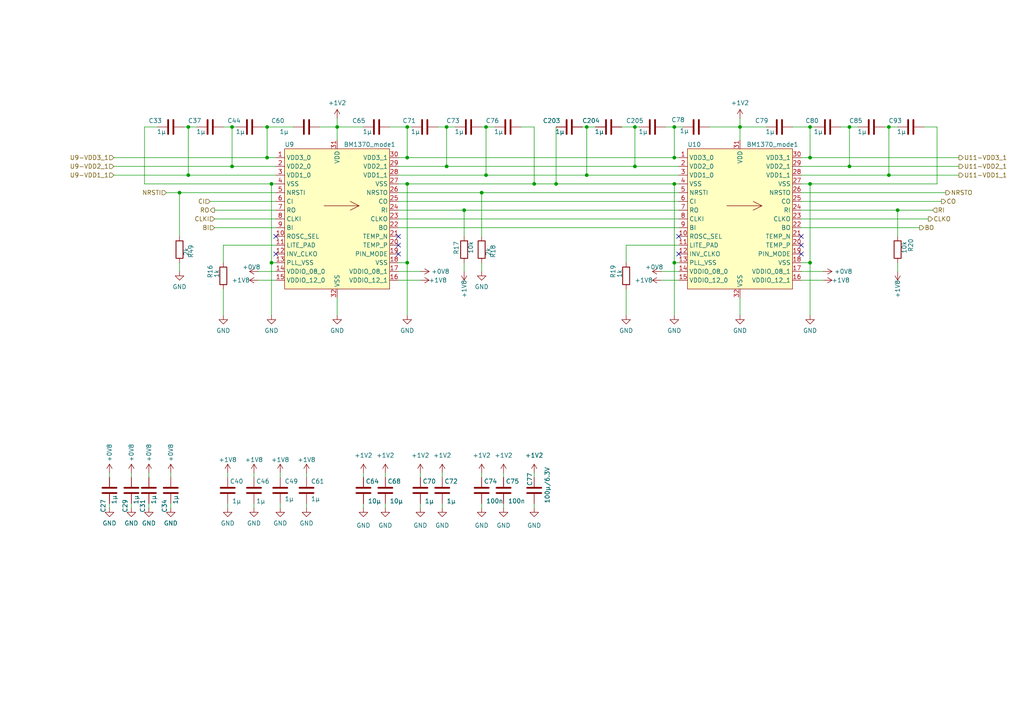
<source format=kicad_sch>
(kicad_sch (version 20231120) (generator "eeschema") (generator_version "8.0")
  (paper "A4")
  (lib_symbols
    (symbol "Device:C" (pin_numbers hide) (pin_names (offset 0.254))
      (property "Reference" "C" (at 0.635 2.54 0))
      (property "Value" "C" (at 0.635 -2.54 0))
      (symbol "C_0_1"
        (polyline (pts (xy -2.032 -0.762) (xy 2.032 -0.762)) (stroke (width 0.508)))
        (polyline (pts (xy -2.032 0.762) (xy 2.032 0.762)) (stroke (width 0.508)))
      )
      (symbol "C_1_1"
        (pin passive line (at 0 3.81 270) (length 2.794) (name "~") (number "1"))
        (pin passive line (at 0 -3.81 90) (length 2.794) (name "~") (number "2"))
      )
    )
    (symbol "Device:R" (pin_numbers hide) (pin_names (offset 0))
      (property "Reference" "R" (at 2.032 0 90))
      (property "Value" "R" (at 0 0 90))
      (symbol "R_0_1"
        (rectangle (start -1.016 -2.54) (end 1.016 2.54) (stroke (width 0.254)))
      )
      (symbol "R_1_1"
        (pin passive line (at 0 3.81 270) (length 1.27) (name "~") (number "1"))
        (pin passive line (at 0 -3.81 90) (length 1.27) (name "~") (number "2"))
      )
    )
    (symbol "GND_7" (power) (pin_names (offset 0))
      (property "Value" "GND_7" (at 0 -3.81 0))
      (symbol "GND_7_0_1"
        (polyline (pts (xy 0 0) (xy 0 -1.27) (xy 1.27 -1.27) (xy 0 -2.54) (xy -1.27 -1.27) (xy 0 -1.27)))
      )
      (symbol "GND_7_1_1"
        (pin power_in line (at 0 0 270) (length 0) hide (name "GND") (number "1"))
      )
    )
    (symbol "bitaxe:BM1370_mode1"
      (property "Reference" "U4" (at -15.24 21.59 0))
      (property "Value" "BM1370_mode1" (at 1.905 21.59 0))
      (symbol "BM1370_mode1_0_1"
        (rectangle (start -15.24 20.32) (end 15.24 -20.32) (fill (type background)))
        (polyline (pts (xy -3.81 3.81) (xy 6.35 3.81)))
        (polyline (pts (xy 3.81 2.54) (xy 6.35 3.81)))
        (polyline (pts (xy 3.81 5.08) (xy 6.35 3.81)))
      )
      (symbol "BM1370_mode1_1_1"
        (pin power_in line (at -17.78 17.78 0) (length 2.54) (name "VDD3_0") (number "1"))
        (pin unspecified line (at -17.78 -5.08 0) (length 2.54) (name "ROSC_SEL") (number "10"))
        (pin unspecified line (at -17.78 -7.62 0) (length 2.54) (name "LITE_PAD") (number "11"))
        (pin unspecified line (at -17.78 -10.16 0) (length 2.54) (name "INV_CLKO") (number "12"))
        (pin power_in line (at -17.78 -12.7 0) (length 2.54) (name "PLL_VSS") (number "13"))
        (pin power_in line (at -17.78 -15.24 0) (length 2.54) (name "VDDIO_08_0") (number "14"))
        (pin power_in line (at -17.78 -17.78 0) (length 2.54) (name "VDDIO_12_0") (number "15"))
        (pin power_in line (at 17.78 -17.78 180) (length 2.54) (name "VDDIO_12_1") (number "16"))
        (pin power_in line (at 17.78 -15.24 180) (length 2.54) (name "VDDIO_08_1") (number "17"))
        (pin power_in line (at 17.78 -12.7 180) (length 2.54) (name "VSS") (number "18"))
        (pin input line (at 17.78 -10.16 180) (length 2.54) (name "PIN_MODE") (number "19"))
        (pin power_in line (at -17.78 15.24 0) (length 2.54) (name "VDD2_0") (number "2"))
        (pin unspecified line (at 17.78 -7.62 180) (length 2.54) (name "TEMP_P") (number "20"))
        (pin unspecified line (at 17.78 -5.08 180) (length 2.54) (name "TEMP_N") (number "21"))
        (pin output line (at 17.78 -2.54 180) (length 2.54) (name "BO") (number "22"))
        (pin output line (at 17.78 0 180) (length 2.54) (name "CLKO") (number "23"))
        (pin input line (at 17.78 2.54 180) (length 2.54) (name "RI") (number "24"))
        (pin output line (at 17.78 5.08 180) (length 2.54) (name "CO") (number "25"))
        (pin output line (at 17.78 7.62 180) (length 2.54) (name "NRSTO") (number "26"))
        (pin power_in line (at 17.78 10.16 180) (length 2.54) (name "VSS") (number "27"))
        (pin power_in line (at 17.78 12.7 180) (length 2.54) (name "VDD1_1") (number "28"))
        (pin power_in line (at 17.78 15.24 180) (length 2.54) (name "VDD2_1") (number "29"))
        (pin power_in line (at -17.78 12.7 0) (length 2.54) (name "VDD1_0") (number "3"))
        (pin power_in line (at 17.78 17.78 180) (length 2.54) (name "VDD3_1") (number "30"))
        (pin power_in line (at 0 22.86 270) (length 2.54) (name "VDD") (number "31"))
        (pin power_in line (at 0 -22.86 90) (length 2.54) (name "VSS") (number "32"))
        (pin power_in line (at -17.78 10.16 0) (length 2.54) (name "VSS") (number "4"))
        (pin input line (at -17.78 7.62 0) (length 2.54) (name "NRSTI") (number "5"))
        (pin input line (at -17.78 5.08 0) (length 2.54) (name "CI") (number "6"))
        (pin output line (at -17.78 2.54 0) (length 2.54) (name "RO") (number "7"))
        (pin input line (at -17.78 0 0) (length 2.54) (name "CLKI") (number "8"))
        (pin input line (at -17.78 -2.54 0) (length 2.54) (name "BI") (number "9"))
      )
    )
    (symbol "mylib7:+0V8" (power) (exclude_from_sim yes) (in_bom no) (on_board no)
      (property "Value" "+0V8" (at 0 3.175 90))
      (symbol "+0V8_0_1"
        (polyline (pts (xy -0.762 1.27) (xy 0 2.54)))
        (polyline (pts (xy 0 0) (xy 0 2.54)))
        (polyline (pts (xy 0 2.54) (xy 0.762 1.27)))
      )
      (symbol "+0V8_1_1"
        (pin power_in line (at 0 0 90) (length 0) hide (name "+0V8") (number "1"))
      )
    )
    (symbol "power:+1V2" (power) (pin_names (offset 0))
      (property "Value" "+1V2" (at 0 3.556 0))
      (symbol "+1V2_0_1"
        (polyline (pts (xy -0.762 1.27) (xy 0 2.54)))
        (polyline (pts (xy 0 0) (xy 0 2.54)))
        (polyline (pts (xy 0 2.54) (xy 0.762 1.27)))
      )
      (symbol "+1V2_1_1"
        (pin power_in line (at 0 0 90) (length 0) hide (name "+1V2") (number "1"))
      )
    )
    (symbol "power:+1V8" (power) (pin_names (offset 0))
      (property "Value" "+1V8" (at 0 3.556 0))
      (symbol "+1V8_0_1"
        (polyline (pts (xy -0.762 1.27) (xy 0 2.54)))
        (polyline (pts (xy 0 0) (xy 0 2.54)))
        (polyline (pts (xy 0 2.54) (xy 0.762 1.27)))
      )
      (symbol "+1V8_1_1"
        (pin power_in line (at 0 0 90) (length 0) hide (name "+1V8") (number "1"))
      )
    )
    (symbol "power:GND" (power) (pin_names (offset 0))
      (property "Value" "GND" (at 0 -3.81 0))
      (symbol "GND_0_1"
        (polyline (pts (xy 0 0) (xy 0 -1.27) (xy 1.27 -1.27) (xy 0 -2.54) (xy -1.27 -1.27) (xy 0 -1.27)))
      )
      (symbol "GND_1_1"
        (pin power_in line (at 0 0 270) (length 0) hide (name "GND") (number "1"))
      )
    )
  )
  (junction (at 118.11 45.72))
  (junction (at 184.15 36.83))
  (junction (at 67.31 36.83))
  (junction (at 118.11 36.83))
  (junction (at 246.38 36.83))
  (junction (at 257.81 36.83))
  (junction (at 67.31 48.26))
  (junction (at 234.95 45.72))
  (junction (at 78.74 76.2))
  (junction (at 140.97 50.8))
  (junction (at 154.94 53.34))
  (junction (at 52.07 55.88))
  (junction (at 195.58 36.83))
  (junction (at 170.18 50.8))
  (junction (at 170.18 36.83))
  (junction (at 139.7 55.88))
  (junction (at 134.62 60.96))
  (junction (at 234.95 53.34))
  (junction (at 234.95 76.2))
  (junction (at 97.79 36.83))
  (junction (at 195.58 45.72))
  (junction (at 129.54 36.83))
  (junction (at 184.15 48.26))
  (junction (at 118.11 53.34))
  (junction (at 214.63 36.83))
  (junction (at 77.47 36.83))
  (junction (at 78.74 53.34))
  (junction (at 195.58 76.2))
  (junction (at 257.81 50.8))
  (junction (at 118.11 76.2))
  (junction (at 140.97 36.83))
  (junction (at 246.38 48.26))
  (junction (at 260.35 60.96))
  (junction (at 234.95 36.83))
  (junction (at 54.61 50.8))
  (junction (at 129.54 48.26))
  (junction (at 54.61 36.83))
  (junction (at 161.29 53.34))
  (junction (at 77.47 45.72))
  (junction (at 195.58 53.34))
  (no_connect (at 196.85 68.58))
  (no_connect (at 115.57 68.58))
  (no_connect (at 115.57 73.66))
  (no_connect (at 196.85 73.66))
  (no_connect (at 232.41 73.66))
  (no_connect (at 115.57 71.12))
  (no_connect (at 232.41 71.12))
  (no_connect (at 80.01 68.58))
  (no_connect (at 80.01 73.66))
  (no_connect (at 232.41 68.58))
  (wire (pts (xy 115.57 50.8) (xy 140.97 50.8)))
  (wire (pts (xy 139.7 146.05) (xy 139.7 147.32)))
  (wire (pts (xy 260.35 60.96) (xy 260.35 68.58)))
  (wire (pts (xy 271.78 53.34) (xy 271.78 36.83)))
  (wire (pts (xy 196.85 53.34) (xy 195.58 53.34)))
  (wire (pts (xy 170.18 50.8) (xy 196.85 50.8)))
  (wire (pts (xy 154.94 36.83) (xy 151.13 36.83)))
  (wire (pts (xy 234.95 53.34) (xy 234.95 76.2)))
  (wire (pts (xy 246.38 48.26) (xy 246.38 36.83)))
  (wire (pts (xy 74.93 81.28) (xy 80.01 81.28)))
  (wire (pts (xy 234.95 53.34) (xy 271.78 53.34)))
  (wire (pts (xy 170.18 36.83) (xy 170.18 50.8)))
  (wire (pts (xy 181.61 71.12) (xy 196.85 71.12)))
  (wire (pts (xy 214.63 34.29) (xy 214.63 36.83)))
  (wire (pts (xy 88.9 146.05) (xy 88.9 147.32)))
  (wire (pts (xy 121.92 146.05) (xy 121.92 147.32)))
  (wire (pts (xy 234.95 36.83) (xy 236.22 36.83)))
  (wire (pts (xy 191.77 81.28) (xy 196.85 81.28)))
  (wire (pts (xy 260.35 76.2) (xy 260.35 78.74)))
  (wire (pts (xy 232.41 53.34) (xy 234.95 53.34)))
  (wire (pts (xy 134.62 60.96) (xy 196.85 60.96)))
  (wire (pts (xy 97.79 34.29) (xy 97.79 36.83)))
  (wire (pts (xy 198.12 36.83) (xy 195.58 36.83)))
  (wire (pts (xy 181.61 83.82) (xy 181.61 91.44)))
  (wire (pts (xy 195.58 76.2) (xy 195.58 91.44)))
  (wire (pts (xy 88.9 138.43) (xy 88.9 137.16)))
  (wire (pts (xy 97.79 86.36) (xy 97.79 91.44)))
  (wire (pts (xy 33.02 45.72) (xy 77.47 45.72)))
  (wire (pts (xy 161.29 53.34) (xy 195.58 53.34)))
  (wire (pts (xy 154.94 53.34) (xy 154.94 36.83)))
  (wire (pts (xy 139.7 36.83) (xy 140.97 36.83)))
  (wire (pts (xy 118.11 53.34) (xy 154.94 53.34)))
  (wire (pts (xy 154.94 53.34) (xy 161.29 53.34)))
  (wire (pts (xy 118.11 76.2) (xy 118.11 91.44)))
  (wire (pts (xy 43.18 137.16) (xy 43.18 138.43)))
  (wire (pts (xy 78.74 76.2) (xy 78.74 91.44)))
  (wire (pts (xy 77.47 36.83) (xy 85.09 36.83)))
  (wire (pts (xy 78.74 53.34) (xy 78.74 76.2)))
  (wire (pts (xy 78.74 53.34) (xy 41.91 53.34)))
  (wire (pts (xy 128.27 146.05) (xy 128.27 147.32)))
  (wire (pts (xy 49.53 137.16) (xy 49.53 138.43)))
  (wire (pts (xy 64.77 71.12) (xy 64.77 76.2)))
  (wire (pts (xy 67.31 36.83) (xy 68.58 36.83)))
  (wire (pts (xy 115.57 66.04) (xy 196.85 66.04)))
  (wire (pts (xy 128.27 137.16) (xy 128.27 138.43)))
  (wire (pts (xy 73.66 137.16) (xy 73.66 138.43)))
  (wire (pts (xy 134.62 60.96) (xy 134.62 68.58)))
  (wire (pts (xy 191.77 78.74) (xy 196.85 78.74)))
  (wire (pts (xy 97.79 36.83) (xy 97.79 40.64)))
  (wire (pts (xy 271.78 36.83) (xy 267.97 36.83)))
  (wire (pts (xy 113.03 36.83) (xy 118.11 36.83)))
  (wire (pts (xy 115.57 45.72) (xy 118.11 45.72)))
  (wire (pts (xy 234.95 45.72) (xy 234.95 36.83)))
  (wire (pts (xy 31.75 137.16) (xy 31.75 138.43)))
  (wire (pts (xy 41.91 53.34) (xy 41.91 36.83)))
  (wire (pts (xy 111.76 146.05) (xy 111.76 147.32)))
  (wire (pts (xy 154.94 137.16) (xy 154.94 138.43)))
  (wire (pts (xy 140.97 50.8) (xy 170.18 50.8)))
  (wire (pts (xy 81.28 138.43) (xy 81.28 137.16)))
  (wire (pts (xy 129.54 48.26) (xy 129.54 36.83)))
  (wire (pts (xy 54.61 36.83) (xy 57.15 36.83)))
  (wire (pts (xy 115.57 78.74) (xy 121.92 78.74)))
  (wire (pts (xy 232.41 76.2) (xy 234.95 76.2)))
  (wire (pts (xy 31.75 146.05) (xy 31.75 147.32)))
  (wire (pts (xy 184.15 36.83) (xy 184.15 48.26)))
  (wire (pts (xy 129.54 48.26) (xy 184.15 48.26)))
  (wire (pts (xy 64.77 71.12) (xy 80.01 71.12)))
  (wire (pts (xy 232.41 55.88) (xy 274.32 55.88)))
  (wire (pts (xy 269.24 63.5) (xy 232.41 63.5)))
  (wire (pts (xy 38.1 146.05) (xy 38.1 147.32)))
  (wire (pts (xy 52.07 76.2) (xy 52.07 78.74)))
  (wire (pts (xy 115.57 53.34) (xy 118.11 53.34)))
  (wire (pts (xy 54.61 50.8) (xy 54.61 36.83)))
  (wire (pts (xy 115.57 81.28) (xy 121.92 81.28)))
  (wire (pts (xy 38.1 137.16) (xy 38.1 138.43)))
  (wire (pts (xy 257.81 36.83) (xy 260.35 36.83)))
  (wire (pts (xy 181.61 71.12) (xy 181.61 76.2)))
  (wire (pts (xy 161.29 36.83) (xy 161.29 53.34)))
  (wire (pts (xy 77.47 45.72) (xy 80.01 45.72)))
  (wire (pts (xy 195.58 76.2) (xy 196.85 76.2)))
  (wire (pts (xy 256.54 36.83) (xy 257.81 36.83)))
  (wire (pts (xy 232.41 81.28) (xy 238.76 81.28)))
  (wire (pts (xy 180.34 36.83) (xy 184.15 36.83)))
  (wire (pts (xy 33.02 50.8) (xy 54.61 50.8)))
  (wire (pts (xy 232.41 66.04) (xy 266.7 66.04)))
  (wire (pts (xy 146.05 137.16) (xy 146.05 138.43)))
  (wire (pts (xy 64.77 83.82) (xy 64.77 91.44)))
  (wire (pts (xy 214.63 36.83) (xy 222.25 36.83)))
  (wire (pts (xy 62.23 63.5) (xy 80.01 63.5)))
  (wire (pts (xy 195.58 45.72) (xy 196.85 45.72)))
  (wire (pts (xy 140.97 36.83) (xy 143.51 36.83)))
  (wire (pts (xy 41.91 36.83) (xy 45.72 36.83)))
  (wire (pts (xy 195.58 53.34) (xy 195.58 76.2)))
  (wire (pts (xy 115.57 58.42) (xy 196.85 58.42)))
  (wire (pts (xy 127 36.83) (xy 129.54 36.83)))
  (wire (pts (xy 232.41 48.26) (xy 246.38 48.26)))
  (wire (pts (xy 67.31 48.26) (xy 67.31 36.83)))
  (wire (pts (xy 115.57 48.26) (xy 129.54 48.26)))
  (wire (pts (xy 168.91 36.83) (xy 170.18 36.83)))
  (wire (pts (xy 115.57 60.96) (xy 134.62 60.96)))
  (wire (pts (xy 246.38 48.26) (xy 278.13 48.26)))
  (wire (pts (xy 139.7 76.2) (xy 139.7 78.74)))
  (wire (pts (xy 74.93 78.74) (xy 80.01 78.74)))
  (wire (pts (xy 43.18 146.05) (xy 43.18 147.32)))
  (wire (pts (xy 232.41 45.72) (xy 234.95 45.72)))
  (wire (pts (xy 205.74 36.83) (xy 214.63 36.83)))
  (wire (pts (xy 111.76 137.16) (xy 111.76 138.43)))
  (wire (pts (xy 62.23 66.04) (xy 80.01 66.04)))
  (wire (pts (xy 118.11 36.83) (xy 119.38 36.83)))
  (wire (pts (xy 64.77 36.83) (xy 67.31 36.83)))
  (wire (pts (xy 118.11 45.72) (xy 195.58 45.72)))
  (wire (pts (xy 214.63 86.36) (xy 214.63 91.44)))
  (wire (pts (xy 195.58 36.83) (xy 195.58 45.72)))
  (wire (pts (xy 170.18 36.83) (xy 172.72 36.83)))
  (wire (pts (xy 105.41 137.16) (xy 105.41 138.43)))
  (wire (pts (xy 67.31 48.26) (xy 80.01 48.26)))
  (wire (pts (xy 232.41 78.74) (xy 238.76 78.74)))
  (wire (pts (xy 92.71 36.83) (xy 97.79 36.83)))
  (wire (pts (xy 115.57 63.5) (xy 196.85 63.5)))
  (wire (pts (xy 62.23 60.96) (xy 80.01 60.96)))
  (wire (pts (xy 105.41 146.05) (xy 105.41 147.32)))
  (wire (pts (xy 140.97 50.8) (xy 140.97 36.83)))
  (wire (pts (xy 229.87 36.83) (xy 234.95 36.83)))
  (wire (pts (xy 73.66 146.05) (xy 73.66 147.32)))
  (wire (pts (xy 243.84 36.83) (xy 246.38 36.83)))
  (wire (pts (xy 134.62 76.2) (xy 134.62 78.74)))
  (wire (pts (xy 139.7 55.88) (xy 196.85 55.88)))
  (wire (pts (xy 234.95 76.2) (xy 234.95 91.44)))
  (wire (pts (xy 129.54 36.83) (xy 132.08 36.83)))
  (wire (pts (xy 33.02 48.26) (xy 67.31 48.26)))
  (wire (pts (xy 257.81 50.8) (xy 278.13 50.8)))
  (wire (pts (xy 53.34 36.83) (xy 54.61 36.83)))
  (wire (pts (xy 49.53 146.05) (xy 49.53 147.32)))
  (wire (pts (xy 214.63 36.83) (xy 214.63 40.64)))
  (wire (pts (xy 139.7 55.88) (xy 139.7 68.58)))
  (wire (pts (xy 78.74 76.2) (xy 80.01 76.2)))
  (wire (pts (xy 52.07 55.88) (xy 52.07 68.58)))
  (wire (pts (xy 118.11 45.72) (xy 118.11 36.83)))
  (wire (pts (xy 232.41 60.96) (xy 260.35 60.96)))
  (wire (pts (xy 52.07 55.88) (xy 80.01 55.88)))
  (wire (pts (xy 54.61 50.8) (xy 80.01 50.8)))
  (wire (pts (xy 273.05 58.42) (xy 232.41 58.42)))
  (wire (pts (xy 66.04 146.05) (xy 66.04 147.32)))
  (wire (pts (xy 115.57 55.88) (xy 139.7 55.88)))
  (wire (pts (xy 184.15 36.83) (xy 185.42 36.83)))
  (wire (pts (xy 81.28 146.05) (xy 81.28 147.32)))
  (wire (pts (xy 257.81 50.8) (xy 257.81 36.83)))
  (wire (pts (xy 60.96 58.42) (xy 80.01 58.42)))
  (wire (pts (xy 139.7 137.16) (xy 139.7 138.43)))
  (wire (pts (xy 76.2 36.83) (xy 77.47 36.83)))
  (wire (pts (xy 115.57 76.2) (xy 118.11 76.2)))
  (wire (pts (xy 193.04 36.83) (xy 195.58 36.83)))
  (wire (pts (xy 121.92 137.16) (xy 121.92 138.43)))
  (wire (pts (xy 146.05 146.05) (xy 146.05 147.32)))
  (wire (pts (xy 232.41 50.8) (xy 257.81 50.8)))
  (wire (pts (xy 118.11 53.34) (xy 118.11 76.2)))
  (wire (pts (xy 184.15 48.26) (xy 196.85 48.26)))
  (wire (pts (xy 246.38 36.83) (xy 248.92 36.83)))
  (wire (pts (xy 260.35 60.96) (xy 270.51 60.96)))
  (wire (pts (xy 97.79 36.83) (xy 105.41 36.83)))
  (wire (pts (xy 66.04 137.16) (xy 66.04 138.43)))
  (wire (pts (xy 77.47 36.83) (xy 77.47 45.72)))
  (wire (pts (xy 80.01 53.34) (xy 78.74 53.34)))
  (wire (pts (xy 234.95 45.72) (xy 278.13 45.72)))
  (wire (pts (xy 48.26 55.88) (xy 52.07 55.88)))
  (wire (pts (xy 154.94 146.05) (xy 154.94 147.32)))
  (hierarchical_label "U11-VDD1_1" (shape output) (at 278.13 50.8 0))
  (hierarchical_label "U9-VDD1_1" (shape input) (at 33.02 50.8 180))
  (hierarchical_label "U9-VDD2_1" (shape input) (at 33.02 48.26 180))
  (hierarchical_label "NRSTO" (shape output) (at 274.32 55.88 0))
  (hierarchical_label "RI" (shape input) (at 270.51 60.96 0))
  (hierarchical_label "U11-VDD3_1" (shape output) (at 278.13 45.72 0))
  (hierarchical_label "BI" (shape input) (at 62.23 66.04 180))
  (hierarchical_label "CLKO" (shape output) (at 269.24 63.5 0))
  (hierarchical_label "CI" (shape input) (at 60.96 58.42 180))
  (hierarchical_label "U11-VDD2_1" (shape output) (at 278.13 48.26 0))
  (hierarchical_label "BO" (shape output) (at 266.7 66.04 0))
  (hierarchical_label "CO" (shape output) (at 273.05 58.42 0))
  (hierarchical_label "RO" (shape output) (at 62.23 60.96 180))
  (hierarchical_label "NRSTI" (shape input) (at 48.26 55.88 180))
  (hierarchical_label "U9-VDD3_1" (shape input) (at 33.02 45.72 180))
  (hierarchical_label "CLKI" (shape input) (at 62.23 63.5 180))
  (symbol (lib_id "power:+1V2") (at 139.7 137.16 0) (unit 1)
    (property "Reference" "#PWR0129" (effects (hide yes)))
    (property "Value" "+1V2" (at 139.7 132.08 0))
  )
  (symbol (lib_id "Device:C") (at 123.19 36.83 90) (unit 1)
    (property "Reference" "C71" (at 120.65 34.29 90) (effects (justify left bottom)))
    (property "Value" "1µ" (at 121.92 37.465 90) (effects (justify left bottom)))
    (property "Footprint" "Capacitor_SMD:C_0805_2012Metric" (effects (hide yes)))
  )
  (symbol (lib_id "power:GND") (at 64.77 91.44 0) (mirror y) (unit 1)
    (property "Reference" "#PWR065" (effects (hide yes)))
    (property "Value" "GND" (at 64.77 95.885 0))
  )
  (symbol (lib_id "Device:C") (at 121.92 142.24 0) (unit 1)
    (property "Reference" "C70" (at 122.555 140.335 0) (effects (justify left bottom)))
    (property "Value" "1µ" (at 123.19 146.05 0) (effects (justify left bottom)))
    (property "Footprint" "Capacitor_SMD:C_0805_2012Metric" (effects (hide yes)))
  )
  (symbol (lib_id "power:+1V8") (at 88.9 137.16 0) (unit 1)
    (property "Reference" "#PWR080" (effects (hide yes)))
    (property "Value" "+1V8" (at 88.9 133.35 0))
  )
  (symbol (lib_id "power:+1V8") (at 81.28 137.16 0) (unit 1)
    (property "Reference" "#PWR078" (effects (hide yes)))
    (property "Value" "+1V8" (at 81.28 133.35 0))
  )
  (symbol (lib_id "Device:C") (at 165.1 36.83 90) (unit 1)
    (property "Reference" "C203" (at 162.56 34.29 90) (effects (justify left bottom)))
    (property "Value" "1µ" (at 163.83 37.465 90) (effects (justify left bottom)))
    (property "Footprint" "Capacitor_SMD:C_0805_2012Metric" (effects (hide yes)))
  )
  (symbol (lib_id "Device:C") (at 264.16 36.83 90) (unit 1)
    (property "Reference" "C93" (at 261.62 34.29 90) (effects (justify left bottom)))
    (property "Value" "1µ" (at 262.89 37.465 90) (effects (justify left bottom)))
    (property "Footprint" "Capacitor_SMD:C_0805_2012Metric" (effects (hide yes)))
  )
  (symbol (lib_id "power:GND") (at 139.7 78.74 0) (mirror y) (unit 1)
    (property "Reference" "#PWR0128" (effects (hide yes)))
    (property "Value" "GND" (at 139.7 83.185 0))
  )
  (symbol (lib_id "power:+1V8") (at 134.62 78.74 180) (unit 1)
    (property "Reference" "#PWR0127" (effects (hide yes)))
    (property "Value" "+1V8" (at 134.62 83.82 90))
  )
  (symbol (lib_id "bitaxe:BM1370_mode1") (at 97.79 63.5 0) (unit 1)
    (property "Reference" "U9" (at 82.55 41.91 0) (effects (justify left)))
    (property "Value" "BM1370_mode1" (at 99.695 41.91 0) (effects (justify left)))
    (property "Footprint" "Nerd8:BM1370" (effects (hide yes)))
  )
  (symbol (lib_id "Device:C") (at 66.04 142.24 0) (unit 1)
    (property "Reference" "C40" (at 66.675 140.335 0) (effects (justify left bottom)))
    (property "Value" "1µ" (at 67.31 146.05 0) (effects (justify left bottom)))
    (property "Footprint" "Capacitor_SMD:C_0805_2012Metric" (effects (hide yes)))
  )
  (symbol (lib_id "power:+1V8") (at 73.66 137.16 0) (unit 1)
    (property "Reference" "#PWR069" (effects (hide yes)))
    (property "Value" "+1V8" (at 73.66 133.35 0))
  )
  (symbol (lib_id "mylib7:+0V8") (at 38.1 137.16 0) (unit 1)
    (property "Reference" "#U07" (effects (hide yes)))
    (property "Value" "+0V8" (at 38.1 133.985 90) (effects (justify left)))
    (property "Distributor" "-" (effects (hide yes)))
  )
  (symbol (lib_id "Device:C") (at 88.9 142.24 0) (unit 1)
    (property "Reference" "C61" (at 90.17 140.335 0) (effects (justify left bottom)))
    (property "Value" "1µ" (at 90.17 145.415 0) (effects (justify left bottom)))
    (property "Footprint" "Capacitor_SMD:C_0805_2012Metric" (effects (hide yes)))
  )
  (symbol (lib_id "power:+1V2") (at 214.63 34.29 0) (unit 1)
    (property "Reference" "#PWR0138" (effects (hide yes)))
    (property "Value" "+1V2" (at 214.63 29.845 0))
  )
  (symbol (lib_id "power:+1V2") (at 128.27 137.16 0) (unit 1)
    (property "Reference" "#PWR0116" (effects (hide yes)))
    (property "Value" "+1V2" (at 128.27 132.08 0))
  )
  (symbol (lib_id "Device:C") (at 109.22 36.83 90) (unit 1)
    (property "Reference" "C65" (at 106.045 34.29 90) (effects (justify left bottom)))
    (property "Value" "1µ" (at 107.95 37.465 90) (effects (justify left bottom)))
    (property "Footprint" "Capacitor_SMD:C_0805_2012Metric" (effects (hide yes)))
  )
  (symbol (lib_id "power:+1V8") (at 121.92 81.28 270) (unit 1)
    (property "Reference" "#PWR0113" (effects (hide yes)))
    (property "Value" "+1V8" (at 127 81.28 90))
  )
  (symbol (lib_id "power:GND") (at 195.58 91.44 0) (mirror y) (unit 1)
    (property "Reference" "#PWR0137" (effects (hide yes)))
    (property "Value" "GND" (at 195.58 95.885 0))
  )
  (symbol (lib_id "Device:R") (at 260.35 72.39 0) (unit 1)
    (property "Reference" "R20" (at 264.16 71.12 90))
    (property "Value" "10k" (at 262.255 71.755 90))
    (property "Footprint" "Resistor_SMD:R_0805_2012Metric" (effects (hide yes)))
  )
  (symbol (lib_name "GND_7") (lib_id "power:GND") (at 121.92 147.32 0) (unit 1)
    (property "Reference" "#PWR0115" (effects (hide yes)))
    (property "Value" "GND" (at 121.92 152.4 0))
  )
  (symbol (lib_id "power:GND") (at 78.74 91.44 0) (mirror y) (unit 1)
    (property "Reference" "#PWR074" (effects (hide yes)))
    (property "Value" "GND" (at 78.74 95.885 0))
  )
  (symbol (lib_id "Device:C") (at 240.03 36.83 90) (unit 1)
    (property "Reference" "C80" (at 237.49 34.29 90) (effects (justify left bottom)))
    (property "Value" "1µ" (at 238.76 37.465 90) (effects (justify left bottom)))
    (property "Footprint" "Capacitor_SMD:C_0805_2012Metric" (effects (hide yes)))
  )
  (symbol (lib_id "mylib7:+0V8") (at 74.93 78.74 90) (unit 1)
    (property "Reference" "#U014" (effects (hide yes)))
    (property "Value" "+0V8" (at 75.565 77.47 90) (effects (justify left)))
    (property "Distributor" "-" (effects (hide yes)))
  )
  (symbol (lib_id "power:+1V8") (at 74.93 81.28 90) (unit 1)
    (property "Reference" "#PWR071" (effects (hide yes)))
    (property "Value" "+1V8" (at 69.85 81.28 90))
  )
  (symbol (lib_id "power:+1V2") (at 105.41 137.16 0) (unit 1)
    (property "Reference" "#PWR0104" (effects (hide yes)))
    (property "Value" "+1V2" (at 105.41 132.08 0))
  )
  (symbol (lib_id "power:GND") (at 43.18 147.32 0) (mirror y) (unit 1)
    (property "Reference" "#PWR062" (effects (hide yes)))
    (property "Value" "GND" (at 43.18 151.765 0))
  )
  (symbol (lib_id "Device:C") (at 73.66 142.24 0) (unit 1)
    (property "Reference" "C46" (at 74.295 140.335 0) (effects (justify left bottom)))
    (property "Value" "1µ" (at 74.295 146.05 0) (effects (justify left bottom)))
    (property "Footprint" "Capacitor_SMD:C_0805_2012Metric" (effects (hide yes)))
  )
  (symbol (lib_id "power:+1V2") (at 121.92 137.16 0) (unit 1)
    (property "Reference" "#PWR0114" (effects (hide yes)))
    (property "Value" "+1V2" (at 121.92 132.08 0))
  )
  (symbol (lib_id "power:GND") (at 73.66 147.32 0) (mirror y) (unit 1)
    (property "Reference" "#PWR070" (effects (hide yes)))
    (property "Value" "GND" (at 73.66 151.765 0))
  )
  (symbol (lib_id "power:+1V2") (at 154.94 137.16 0) (unit 1)
    (property "Reference" "#PWR0134" (effects (hide yes)))
    (property "Value" "+1V2" (at 154.94 132.08 0))
  )
  (symbol (lib_id "Device:C") (at 176.53 36.83 90) (unit 1)
    (property "Reference" "C204" (at 173.99 34.29 90) (effects (justify left bottom)))
    (property "Value" "1µ" (at 175.26 37.465 90) (effects (justify left bottom)))
    (property "Footprint" "Capacitor_SMD:C_0805_2012Metric" (effects (hide yes)))
  )
  (symbol (lib_id "power:+1V2") (at 97.79 34.29 0) (unit 1)
    (property "Reference" "#PWR086" (effects (hide yes)))
    (property "Value" "+1V2" (at 97.79 29.845 0))
  )
  (symbol (lib_name "GND_7") (lib_id "power:GND") (at 105.41 147.32 0) (unit 1)
    (property "Reference" "#PWR0105" (effects (hide yes)))
    (property "Value" "GND" (at 105.41 152.4 0))
  )
  (symbol (lib_id "Device:C") (at 135.89 36.83 90) (unit 1)
    (property "Reference" "C73" (at 133.35 34.29 90) (effects (justify left bottom)))
    (property "Value" "1µ" (at 134.62 37.465 90) (effects (justify left bottom)))
    (property "Footprint" "Capacitor_SMD:C_0805_2012Metric" (effects (hide yes)))
  )
  (symbol (lib_id "Device:R") (at 52.07 72.39 0) (mirror x) (unit 1)
    (property "Reference" "R49" (at 55.372 72.898 90))
    (property "Value" "2k" (at 53.975 73.025 90))
    (property "Footprint" "Resistor_SMD:R_0805_2012Metric" (effects (hide yes)))
  )
  (symbol (lib_name "GND_7") (lib_id "power:GND") (at 146.05 147.32 0) (unit 1)
    (property "Reference" "#PWR0133" (effects (hide yes)))
    (property "Value" "GND" (at 146.05 152.4 0))
  )
  (symbol (lib_id "Device:C") (at 189.23 36.83 90) (unit 1)
    (property "Reference" "C205" (at 186.69 34.29 90) (effects (justify left bottom)))
    (property "Value" "1µ" (at 187.96 37.465 90) (effects (justify left bottom)))
    (property "Footprint" "Capacitor_SMD:C_0805_2012Metric" (effects (hide yes)))
  )
  (symbol (lib_id "power:GND") (at 81.28 147.32 0) (mirror y) (unit 1)
    (property "Reference" "#PWR079" (effects (hide yes)))
    (property "Value" "GND" (at 81.28 151.765 0))
  )
  (symbol (lib_id "Device:C") (at 43.18 142.24 180) (unit 1)
    (property "Reference" "C31" (at 40.64 144.78 90) (effects (justify left bottom)))
    (property "Value" "1µ" (at 43.815 143.51 90) (effects (justify left bottom)))
    (property "Footprint" "Capacitor_SMD:C_0805_2012Metric" (effects (hide yes)))
  )
  (symbol (lib_id "Device:C") (at 49.53 36.83 90) (unit 1)
    (property "Reference" "C33" (at 46.99 34.29 90) (effects (justify left bottom)))
    (property "Value" "1µ" (at 48.26 37.465 90) (effects (justify left bottom)))
    (property "Footprint" "Capacitor_SMD:C_0805_2012Metric" (effects (hide yes)))
  )
  (symbol (lib_id "mylib7:+0V8") (at 191.77 78.74 90) (unit 1)
    (property "Reference" "#U016" (effects (hide yes)))
    (property "Value" "+0V8" (at 192.405 77.47 90) (effects (justify left)))
    (property "Distributor" "-" (effects (hide yes)))
  )
  (symbol (lib_id "power:+1V8") (at 260.35 78.74 180) (unit 1)
    (property "Reference" "#PWR0158" (effects (hide yes)))
    (property "Value" "+1V8" (at 260.35 83.82 90))
  )
  (symbol (lib_id "Device:C") (at 111.76 142.24 0) (unit 1)
    (property "Reference" "C68" (at 112.395 140.335 0) (effects (justify left bottom)))
    (property "Value" "10µ" (at 113.03 146.05 0) (effects (justify left bottom)))
    (property "Footprint" "Capacitor_SMD:C_0805_2012Metric" (effects (hide yes)))
    (property "Distributor" "D" (effects (hide yes)))
    (property "Manufacturer" "C2012X5R1E106K125AB" (effects (hide yes)))
    (property "OrderNr" "445-5984-1-ND" (effects (hide yes)))
  )
  (symbol (lib_id "power:+1V8") (at 191.77 81.28 90) (unit 1)
    (property "Reference" "#PWR0136" (effects (hide yes)))
    (property "Value" "+1V8" (at 186.69 81.28 90))
  )
  (symbol (lib_id "mylib7:+0V8") (at 43.18 137.16 0) (unit 1)
    (property "Reference" "#U08" (effects (hide yes)))
    (property "Value" "+0V8" (at 43.18 133.985 90) (effects (justify left)))
    (property "Distributor" "-" (effects (hide yes)))
  )
  (symbol (lib_id "Device:C") (at 201.93 36.83 90) (unit 1)
    (property "Reference" "C78" (at 198.628 34.036 90) (effects (justify left bottom)))
    (property "Value" "1µ" (at 199.898 37.211 90) (effects (justify left bottom)))
    (property "Footprint" "Capacitor_SMD:C_0805_2012Metric" (effects (hide yes)))
  )
  (symbol (lib_id "Device:C") (at 60.96 36.83 90) (unit 1)
    (property "Reference" "C37" (at 58.42 34.29 90) (effects (justify left bottom)))
    (property "Value" "1µ" (at 59.69 37.465 90) (effects (justify left bottom)))
    (property "Footprint" "Capacitor_SMD:C_0805_2012Metric" (effects (hide yes)))
  )
  (symbol (lib_id "Device:C") (at 147.32 36.83 90) (unit 1)
    (property "Reference" "C76" (at 144.78 34.29 90) (effects (justify left bottom)))
    (property "Value" "1µ" (at 146.05 37.465 90) (effects (justify left bottom)))
    (property "Footprint" "Capacitor_SMD:C_0805_2012Metric" (effects (hide yes)))
  )
  (symbol (lib_id "power:GND") (at 31.75 147.32 0) (mirror y) (unit 1)
    (property "Reference" "#PWR057" (effects (hide yes)))
    (property "Value" "GND" (at 31.75 151.765 0))
  )
  (symbol (lib_name "GND_7") (lib_id "power:GND") (at 128.27 147.32 0) (unit 1)
    (property "Reference" "#PWR0126" (effects (hide yes)))
    (property "Value" "GND" (at 128.27 152.4 0))
  )
  (symbol (lib_id "mylib7:+0V8") (at 31.75 137.16 0) (unit 1)
    (property "Reference" "#U06" (effects (hide yes)))
    (property "Value" "+0V8" (at 31.75 133.985 90) (effects (justify left)))
    (property "Distributor" "-" (effects (hide yes)))
  )
  (symbol (lib_id "Device:R") (at 64.77 80.01 0) (mirror y) (unit 1)
    (property "Reference" "R16" (at 60.96 78.74 90))
    (property "Value" "1k" (at 62.865 79.375 90))
    (property "Footprint" "Resistor_SMD:R_0805_2012Metric" (effects (hide yes)))
  )
  (symbol (lib_id "mylib7:+0V8") (at 121.92 78.74 270) (unit 1)
    (property "Reference" "#U015" (effects (hide yes)))
    (property "Value" "+0V8" (at 125.095 78.74 90) (effects (justify left)))
    (property "Distributor" "-" (effects (hide yes)))
  )
  (symbol (lib_id "Device:C") (at 31.75 142.24 180) (unit 1)
    (property "Reference" "C27" (at 29.21 144.78 90) (effects (justify left bottom)))
    (property "Value" "1µ" (at 32.385 143.51 90) (effects (justify left bottom)))
    (property "Footprint" "Capacitor_SMD:C_0805_2012Metric" (effects (hide yes)))
  )
  (symbol (lib_id "Device:C") (at 38.1 142.24 180) (unit 1)
    (property "Reference" "C29" (at 35.56 144.78 90) (effects (justify left bottom)))
    (property "Value" "1µ" (at 38.735 143.51 90) (effects (justify left bottom)))
    (property "Footprint" "Capacitor_SMD:C_0805_2012Metric" (effects (hide yes)))
  )
  (symbol (lib_id "power:GND") (at 118.11 91.44 0) (mirror y) (unit 1)
    (property "Reference" "#PWR0112" (effects (hide yes)))
    (property "Value" "GND" (at 118.11 95.885 0))
  )
  (symbol (lib_id "power:GND") (at 214.63 91.44 0) (mirror y) (unit 1)
    (property "Reference" "#PWR0139" (effects (hide yes)))
    (property "Value" "GND" (at 214.63 95.885 0))
  )
  (symbol (lib_id "Device:C") (at 146.05 142.24 0) (unit 1)
    (property "Reference" "C75" (at 146.685 140.335 0) (effects (justify left bottom)))
    (property "Value" "100n" (at 147.32 146.05 0) (effects (justify left bottom)))
    (property "Footprint" "Capacitor_SMD:C_0805_2012Metric" (effects (hide yes)))
  )
  (symbol (lib_id "Device:C") (at 49.53 142.24 180) (unit 1)
    (property "Reference" "C34" (at 46.99 144.78 90) (effects (justify left bottom)))
    (property "Value" "1µ" (at 50.165 143.51 90) (effects (justify left bottom)))
    (property "Footprint" "Capacitor_SMD:C_0805_2012Metric" (effects (hide yes)))
  )
  (symbol (lib_name "GND_7") (lib_id "power:GND") (at 111.76 147.32 0) (unit 1)
    (property "Reference" "#PWR0111" (effects (hide yes)))
    (property "Value" "GND" (at 111.76 152.4 0))
  )
  (symbol (lib_id "power:GND") (at 66.04 147.32 0) (mirror y) (unit 1)
    (property "Reference" "#PWR068" (effects (hide yes)))
    (property "Value" "GND" (at 66.04 151.765 0))
  )
  (symbol (lib_id "power:+1V8") (at 66.04 137.16 0) (unit 1)
    (property "Reference" "#PWR066" (effects (hide yes)))
    (property "Value" "+1V8" (at 66.04 133.35 0))
  )
  (symbol (lib_id "Device:R") (at 181.61 80.01 0) (mirror y) (unit 1)
    (property "Reference" "R19" (at 177.8 78.74 90))
    (property "Value" "1k" (at 179.705 79.375 90))
    (property "Footprint" "Resistor_SMD:R_0805_2012Metric" (effects (hide yes)))
  )
  (symbol (lib_id "Device:C") (at 88.9 36.83 90) (unit 1)
    (property "Reference" "C60" (at 82.55 34.29 90) (effects (justify left bottom)))
    (property "Value" "1µ" (at 83.82 37.465 90) (effects (justify left bottom)))
    (property "Footprint" "Capacitor_SMD:C_0805_2012Metric" (effects (hide yes)))
  )
  (symbol (lib_id "power:GND") (at 97.79 91.44 0) (mirror y) (unit 1)
    (property "Reference" "#PWR0103" (effects (hide yes)))
    (property "Value" "GND" (at 97.79 95.885 0))
  )
  (symbol (lib_id "Device:R") (at 134.62 72.39 0) (unit 1)
    (property "Reference" "R17" (at 132.334 71.882 90))
    (property "Value" "10k" (at 136.525 71.755 90))
    (property "Footprint" "Resistor_SMD:R_0805_2012Metric" (effects (hide yes)))
  )
  (symbol (lib_id "power:GND") (at 49.53 147.32 0) (mirror y) (unit 1)
    (property "Reference" "#PWR063" (effects (hide yes)))
    (property "Value" "GND" (at 49.53 151.765 0))
  )
  (symbol (lib_id "Device:C") (at 128.27 142.24 0) (unit 1)
    (property "Reference" "C72" (at 128.905 140.335 0) (effects (justify left bottom)))
    (property "Value" "1µ" (at 129.54 146.05 0) (effects (justify left bottom)))
    (property "Footprint" "Capacitor_SMD:C_0805_2012Metric" (effects (hide yes)))
  )
  (symbol (lib_id "power:GND") (at 38.1 147.32 0) (mirror y) (unit 1)
    (property "Reference" "#PWR058" (effects (hide yes)))
    (property "Value" "GND" (at 38.1 151.765 0))
  )
  (symbol (lib_id "Device:C") (at 226.06 36.83 90) (unit 1)
    (property "Reference" "C79" (at 222.885 34.29 90) (effects (justify left bottom)))
    (property "Value" "1µ" (at 224.79 37.465 90) (effects (justify left bottom)))
    (property "Footprint" "Capacitor_SMD:C_0805_2012Metric" (effects (hide yes)))
  )
  (symbol (lib_id "Device:C") (at 154.94 142.24 0) (unit 1)
    (property "Reference" "C77" (at 153.67 140.97 90) (effects (justify left)))
    (property "Value" "100µ/6.3V" (at 158.75 146.05 90) (effects (justify left)))
    (property "Footprint" "Capacitor_SMD:C_1210_3225Metric" (effects (hide yes)))
    (property "Distributor" "D" (effects (hide yes)))
    (property "Manufacturer" "C1210C107M8PAC7800" (effects (hide yes)))
    (property "OrderNr" "399-C1210C107M8PAC7800CT-ND" (effects (hide yes)))
  )
  (symbol (lib_id "Device:C") (at 252.73 36.83 90) (unit 1)
    (property "Reference" "C85" (at 250.19 34.29 90) (effects (justify left bottom)))
    (property "Value" "1µ" (at 251.46 37.465 90) (effects (justify left bottom)))
    (property "Footprint" "Capacitor_SMD:C_0805_2012Metric" (effects (hide yes)))
  )
  (symbol (lib_id "power:GND") (at 234.95 91.44 0) (mirror y) (unit 1)
    (property "Reference" "#PWR0140" (effects (hide yes)))
    (property "Value" "GND" (at 234.95 95.885 0))
  )
  (symbol (lib_id "mylib7:+0V8") (at 238.76 78.74 270) (unit 1)
    (property "Reference" "#U017" (effects (hide yes)))
    (property "Value" "+0V8" (at 241.935 78.74 90) (effects (justify left)))
    (property "Distributor" "-" (effects (hide yes)))
  )
  (symbol (lib_id "power:GND") (at 52.07 78.74 0) (mirror y) (unit 1)
    (property "Reference" "#PWR0339" (effects (hide yes)))
    (property "Value" "GND" (at 52.07 83.185 0))
  )
  (symbol (lib_id "power:+1V2") (at 146.05 137.16 0) (unit 1)
    (property "Reference" "#PWR0132" (effects (hide yes)))
    (property "Value" "+1V2" (at 146.05 132.08 0))
  )
  (symbol (lib_id "power:GND") (at 154.94 147.32 0) (mirror y) (unit 1)
    (property "Reference" "#PWR0135" (effects (hide yes)))
    (property "Value" "GND" (at 154.94 152.4 0))
  )
  (symbol (lib_id "Device:C") (at 105.41 142.24 0) (unit 1)
    (property "Reference" "C64" (at 106.045 140.335 0) (effects (justify left bottom)))
    (property "Value" "10µ" (at 106.68 146.05 0) (effects (justify left bottom)))
    (property "Footprint" "Capacitor_SMD:C_0805_2012Metric" (effects (hide yes)))
    (property "Distributor" "D" (effects (hide yes)))
    (property "Manufacturer" "C2012X5R1E106K125AB" (effects (hide yes)))
    (property "OrderNr" "445-5984-1-ND" (effects (hide yes)))
  )
  (symbol (lib_id "mylib7:+0V8") (at 49.53 137.16 0) (unit 1)
    (property "Reference" "#U09" (effects (hide yes)))
    (property "Value" "+0V8" (at 49.53 133.985 90) (effects (justify left)))
    (property "Distributor" "-" (effects (hide yes)))
  )
  (symbol (lib_id "power:+1V8") (at 238.76 81.28 270) (unit 1)
    (property "Reference" "#PWR0157" (effects (hide yes)))
    (property "Value" "+1V8" (at 243.84 81.28 90))
  )
  (symbol (lib_id "power:GND") (at 181.61 91.44 0) (mirror y) (unit 1)
    (property "Reference" "#PWR0131" (effects (hide yes)))
    (property "Value" "GND" (at 181.61 95.885 0))
  )
  (symbol (lib_id "Device:C") (at 139.7 142.24 0) (unit 1)
    (property "Reference" "C74" (at 140.335 140.335 0) (effects (justify left bottom)))
    (property "Value" "100n" (at 140.97 146.05 0) (effects (justify left bottom)))
    (property "Footprint" "Capacitor_SMD:C_0805_2012Metric" (effects (hide yes)))
  )
  (symbol (lib_id "power:+1V2") (at 111.76 137.16 0) (unit 1)
    (property "Reference" "#PWR0106" (effects (hide yes)))
    (property "Value" "+1V2" (at 111.76 132.08 0))
  )
  (symbol (lib_id "Device:C") (at 72.39 36.83 90) (unit 1)
    (property "Reference" "C44" (at 69.85 34.29 90) (effects (justify left bottom)))
    (property "Value" "1µ" (at 71.12 37.465 90) (effects (justify left bottom)))
    (property "Footprint" "Capacitor_SMD:C_0805_2012Metric" (effects (hide yes)))
  )
  (symbol (lib_name "GND_7") (lib_id "power:GND") (at 139.7 147.32 0) (unit 1)
    (property "Reference" "#PWR0130" (effects (hide yes)))
    (property "Value" "GND" (at 139.7 152.4 0))
  )
  (symbol (lib_id "power:GND") (at 88.9 147.32 0) (mirror y) (unit 1)
    (property "Reference" "#PWR085" (effects (hide yes)))
    (property "Value" "GND" (at 88.9 151.765 0))
  )
  (symbol (lib_id "Device:C") (at 81.28 142.24 0) (unit 1)
    (property "Reference" "C49" (at 82.55 140.335 0) (effects (justify left bottom)))
    (property "Value" "1µ" (at 82.55 145.415 0) (effects (justify left bottom)))
    (property "Footprint" "Capacitor_SMD:C_0805_2012Metric" (effects (hide yes)))
  )
  (symbol (lib_id "bitaxe:BM1370_mode1") (at 214.63 63.5 0) (unit 1)
    (property "Reference" "U10" (at 199.39 41.91 0) (effects (justify left)))
    (property "Value" "BM1370_mode1" (at 216.535 41.91 0) (effects (justify left)))
    (property "Footprint" "Nerd8:BM1370" (effects (hide yes)))
  )
  (symbol (lib_id "Device:R") (at 139.7 72.39 0) (mirror x) (unit 1)
    (property "Reference" "R18" (at 143.002 72.898 90))
    (property "Value" "2k" (at 141.605 73.025 90))
    (property "Footprint" "Resistor_SMD:R_0805_2012Metric" (effects (hide yes)))
  )
)
</source>
